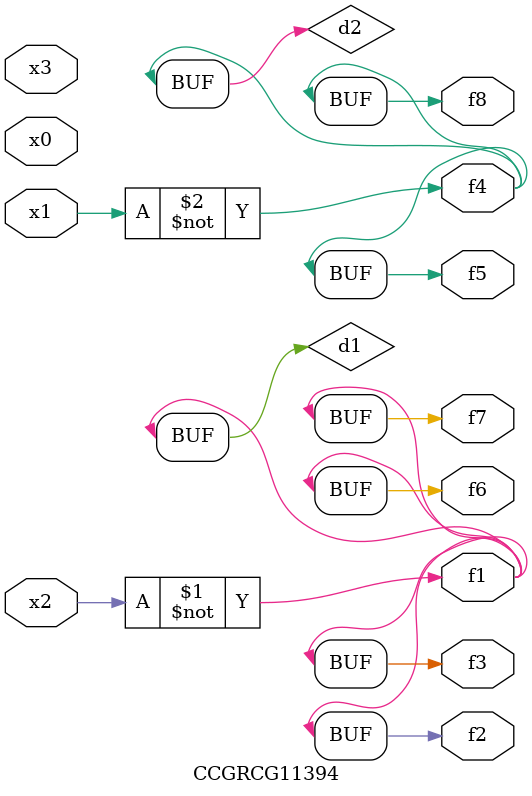
<source format=v>
module CCGRCG11394(
	input x0, x1, x2, x3,
	output f1, f2, f3, f4, f5, f6, f7, f8
);

	wire d1, d2;

	xnor (d1, x2);
	not (d2, x1);
	assign f1 = d1;
	assign f2 = d1;
	assign f3 = d1;
	assign f4 = d2;
	assign f5 = d2;
	assign f6 = d1;
	assign f7 = d1;
	assign f8 = d2;
endmodule

</source>
